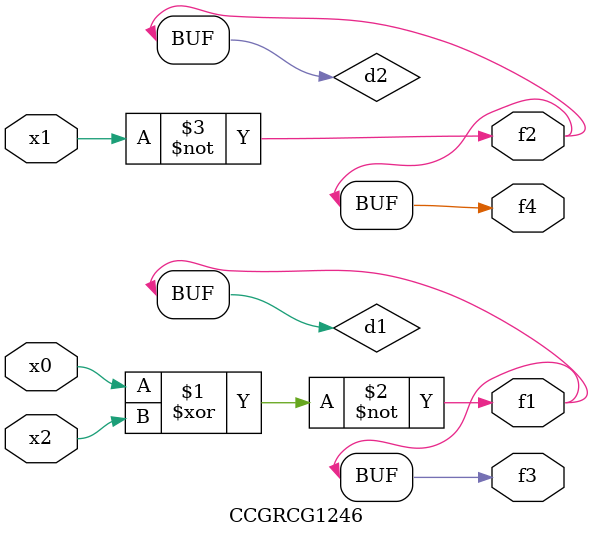
<source format=v>
module CCGRCG1246(
	input x0, x1, x2,
	output f1, f2, f3, f4
);

	wire d1, d2, d3;

	xnor (d1, x0, x2);
	nand (d2, x1);
	nor (d3, x1, x2);
	assign f1 = d1;
	assign f2 = d2;
	assign f3 = d1;
	assign f4 = d2;
endmodule

</source>
